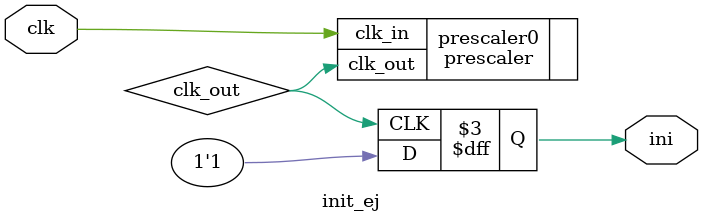
<source format=v>



module init_ej(input wire clk, output ini);

//Parámetro división preescaler
parameter N = 3;

//Reloj de salida del preescaler
wire clk_out;

//-- Inicializar la salida a 0 (se pone para que funcione en simulación)
//-- En síntesis siempre estará a cero con independencia del valor que pongamos
reg ini = 0;

//-- Instanciación del preescaler
prescaler #(
		.N(N)
	)
	
	prescaler0(
		.clk_in(clk),
		.clk_out(clk_out)
);

//-- En cada flanco de subida se saca un "1" por la salida
always @(posedge(clk_out))
  ini <= 1;

endmodule


/*
//-- Implementacion natural
module init(input wire clk, output wire ini);

wire din;
reg dout = 0;

//-- Registro
always @(posedge(clk))
  dout <= din;

//-- Entrada conectadad a 1
assign din = 1;

//-- Conectar la salida
assign ini = dout;

endmodule
*/

</source>
